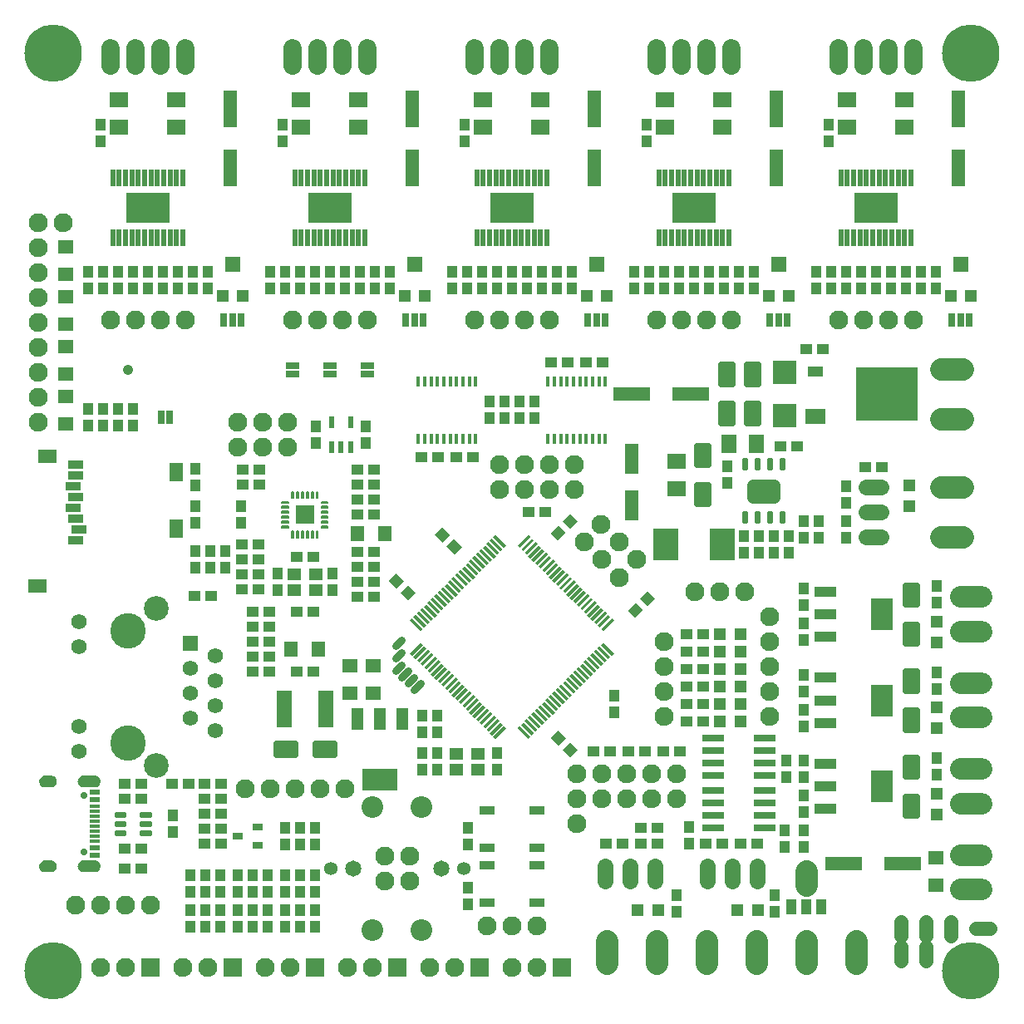
<source format=gbr>
G04 EAGLE Gerber RS-274X export*
G75*
%MOMM*%
%FSLAX34Y34*%
%LPD*%
%INGTS*%
%IPPOS*%
%AMOC8*
5,1,8,0,0,1.08239X$1,22.5*%
G01*
%ADD10C,0.723900*%
%ADD11R,2.095500X1.524000*%
%ADD12R,0.320800X1.550800*%
%ADD13R,1.550800X0.320800*%
%ADD14R,1.450800X1.250800*%
%ADD15R,1.050800X1.150800*%
%ADD16R,1.150800X1.050800*%
%ADD17R,1.650800X1.450800*%
%ADD18R,1.574800X0.812800*%
%ADD19R,1.250800X1.250800*%
%ADD20C,2.209800*%
%ADD21C,1.358800*%
%ADD22C,1.650800*%
%ADD23R,1.930400X1.930400*%
%ADD24C,1.930400*%
%ADD25R,0.476800X1.700800*%
%ADD26R,4.370800X3.050800*%
%ADD27R,1.850800X1.650800*%
%ADD28R,0.355600X1.041400*%
%ADD29C,1.828800*%
%ADD30C,0.191863*%
%ADD31R,1.828800X1.828800*%
%ADD32R,1.450800X1.650800*%
%ADD33R,0.600800X1.250800*%
%ADD34R,1.270000X2.286000*%
%ADD35R,3.650800X2.250800*%
%ADD36C,1.574800*%
%ADD37R,3.850800X1.450800*%
%ADD38R,2.200800X1.000800*%
%ADD39R,2.200800X3.200800*%
%ADD40C,0.560253*%
%ADD41C,2.184400*%
%ADD42C,1.473200*%
%ADD43R,1.450800X3.850800*%
%ADD44R,1.450800X1.850800*%
%ADD45R,1.950800X1.450800*%
%ADD46R,1.550800X0.850800*%
%ADD47R,1.574800X1.574800*%
%ADD48C,1.574800*%
%ADD49C,2.527300*%
%ADD50C,3.606800*%
%ADD51R,1.320800X0.685800*%
%ADD52R,2.250800X0.650800*%
%ADD53C,2.250800*%
%ADD54R,1.050000X1.575000*%
%ADD55C,2.300800*%
%ADD56R,6.250800X5.450800*%
%ADD57R,1.650800X1.050800*%
%ADD58R,2.450800X2.450800*%
%ADD59R,0.685800X1.320800*%
%ADD60R,1.450800X3.050800*%
%ADD61R,1.050800X0.330800*%
%ADD62R,1.050800X0.610800*%
%ADD63C,0.700800*%
%ADD64C,5.850800*%
%ADD65C,1.158800*%
%ADD66C,0.414550*%
%ADD67R,1.066800X0.685800*%
%ADD68R,1.650800X1.550800*%
%ADD69R,1.550800X3.750800*%
%ADD70R,1.650800X1.850800*%
%ADD71C,0.302938*%
%ADD72C,1.249906*%
%ADD73R,2.550800X3.250800*%
%ADD74C,1.050800*%

G36*
X-424836Y-277806D02*
X-424836Y-277806D01*
X-424833Y-277809D01*
X-423711Y-277654D01*
X-423706Y-277649D01*
X-423702Y-277652D01*
X-422631Y-277281D01*
X-422627Y-277275D01*
X-422622Y-277277D01*
X-421645Y-276704D01*
X-421642Y-276698D01*
X-421637Y-276699D01*
X-420790Y-275946D01*
X-420788Y-275939D01*
X-420783Y-275939D01*
X-420099Y-275036D01*
X-420099Y-275029D01*
X-420094Y-275028D01*
X-419599Y-274009D01*
X-419601Y-274002D01*
X-419596Y-274000D01*
X-419309Y-272903D01*
X-419311Y-272899D01*
X-419309Y-272898D01*
X-419311Y-272896D01*
X-419308Y-272894D01*
X-419241Y-271763D01*
X-419243Y-271759D01*
X-419241Y-271757D01*
X-419308Y-270626D01*
X-419313Y-270621D01*
X-419309Y-270617D01*
X-419596Y-269520D01*
X-419602Y-269516D01*
X-419599Y-269511D01*
X-420094Y-268492D01*
X-420100Y-268489D01*
X-420099Y-268484D01*
X-420783Y-267581D01*
X-420790Y-267579D01*
X-420790Y-267574D01*
X-421637Y-266821D01*
X-421644Y-266821D01*
X-421645Y-266816D01*
X-422622Y-266243D01*
X-422629Y-266244D01*
X-422631Y-266239D01*
X-423702Y-265868D01*
X-423708Y-265871D01*
X-423711Y-265866D01*
X-424833Y-265711D01*
X-424838Y-265714D01*
X-424840Y-265711D01*
X-436840Y-265711D01*
X-436845Y-265714D01*
X-436848Y-265711D01*
X-438115Y-265916D01*
X-438121Y-265922D01*
X-438126Y-265919D01*
X-439315Y-266401D01*
X-439319Y-266408D01*
X-439325Y-266406D01*
X-440378Y-267140D01*
X-440380Y-267148D01*
X-440386Y-267147D01*
X-441249Y-268097D01*
X-441250Y-268106D01*
X-441255Y-268106D01*
X-441885Y-269225D01*
X-441884Y-269233D01*
X-441890Y-269235D01*
X-442255Y-270465D01*
X-442252Y-270473D01*
X-442257Y-270476D01*
X-442339Y-271757D01*
X-442337Y-271761D01*
X-442339Y-271763D01*
X-442257Y-273044D01*
X-442251Y-273050D01*
X-442255Y-273055D01*
X-441890Y-274285D01*
X-441883Y-274290D01*
X-441885Y-274295D01*
X-441255Y-275414D01*
X-441248Y-275417D01*
X-441249Y-275423D01*
X-440386Y-276373D01*
X-440378Y-276374D01*
X-440378Y-276380D01*
X-439325Y-277114D01*
X-439317Y-277114D01*
X-439315Y-277119D01*
X-438126Y-277601D01*
X-438118Y-277599D01*
X-438115Y-277604D01*
X-436848Y-277809D01*
X-436843Y-277806D01*
X-436840Y-277809D01*
X-424840Y-277809D01*
X-424836Y-277806D01*
G37*
G36*
X-424836Y-364206D02*
X-424836Y-364206D01*
X-424833Y-364209D01*
X-423711Y-364054D01*
X-423706Y-364049D01*
X-423702Y-364052D01*
X-422631Y-363681D01*
X-422627Y-363675D01*
X-422622Y-363677D01*
X-421645Y-363104D01*
X-421642Y-363098D01*
X-421637Y-363099D01*
X-420790Y-362346D01*
X-420788Y-362339D01*
X-420783Y-362339D01*
X-420099Y-361436D01*
X-420099Y-361429D01*
X-420094Y-361428D01*
X-419599Y-360409D01*
X-419601Y-360402D01*
X-419596Y-360400D01*
X-419309Y-359303D01*
X-419311Y-359299D01*
X-419309Y-359298D01*
X-419311Y-359296D01*
X-419308Y-359294D01*
X-419241Y-358163D01*
X-419243Y-358159D01*
X-419241Y-358157D01*
X-419308Y-357026D01*
X-419313Y-357021D01*
X-419309Y-357017D01*
X-419596Y-355920D01*
X-419602Y-355916D01*
X-419599Y-355911D01*
X-420094Y-354892D01*
X-420100Y-354889D01*
X-420099Y-354884D01*
X-420783Y-353981D01*
X-420790Y-353979D01*
X-420790Y-353974D01*
X-421637Y-353221D01*
X-421644Y-353221D01*
X-421645Y-353216D01*
X-422622Y-352643D01*
X-422629Y-352644D01*
X-422631Y-352639D01*
X-423702Y-352268D01*
X-423708Y-352271D01*
X-423711Y-352266D01*
X-424833Y-352111D01*
X-424838Y-352114D01*
X-424840Y-352111D01*
X-436840Y-352111D01*
X-436845Y-352114D01*
X-436848Y-352111D01*
X-438115Y-352316D01*
X-438121Y-352322D01*
X-438126Y-352319D01*
X-439315Y-352801D01*
X-439319Y-352808D01*
X-439325Y-352806D01*
X-440378Y-353540D01*
X-440380Y-353548D01*
X-440386Y-353547D01*
X-441249Y-354497D01*
X-441250Y-354506D01*
X-441255Y-354506D01*
X-441885Y-355625D01*
X-441884Y-355633D01*
X-441890Y-355635D01*
X-442255Y-356865D01*
X-442252Y-356873D01*
X-442257Y-356876D01*
X-442339Y-358157D01*
X-442337Y-358161D01*
X-442339Y-358163D01*
X-442257Y-359444D01*
X-442251Y-359450D01*
X-442255Y-359455D01*
X-441890Y-360685D01*
X-441883Y-360690D01*
X-441885Y-360695D01*
X-441255Y-361814D01*
X-441248Y-361817D01*
X-441249Y-361823D01*
X-440386Y-362773D01*
X-440378Y-362774D01*
X-440378Y-362780D01*
X-439325Y-363514D01*
X-439317Y-363514D01*
X-439315Y-363519D01*
X-438126Y-364001D01*
X-438118Y-363999D01*
X-438115Y-364004D01*
X-436848Y-364209D01*
X-436843Y-364206D01*
X-436840Y-364209D01*
X-424840Y-364209D01*
X-424836Y-364206D01*
G37*
G36*
X-469637Y-277807D02*
X-469637Y-277807D01*
X-469635Y-277809D01*
X-468459Y-277698D01*
X-468454Y-277693D01*
X-468450Y-277696D01*
X-467318Y-277358D01*
X-467314Y-277352D01*
X-467309Y-277354D01*
X-466265Y-276802D01*
X-466262Y-276795D01*
X-466257Y-276797D01*
X-465341Y-276051D01*
X-465340Y-276044D01*
X-465334Y-276044D01*
X-464581Y-275135D01*
X-464581Y-275127D01*
X-464576Y-275127D01*
X-464015Y-274087D01*
X-464016Y-274082D01*
X-464012Y-274080D01*
X-464013Y-274079D01*
X-464011Y-274078D01*
X-463664Y-272949D01*
X-463664Y-272948D01*
X-463663Y-272947D01*
X-463666Y-272943D01*
X-463662Y-272940D01*
X-463541Y-271765D01*
X-463545Y-271758D01*
X-463541Y-271754D01*
X-463698Y-270414D01*
X-463703Y-270408D01*
X-463700Y-270403D01*
X-464151Y-269132D01*
X-464158Y-269127D01*
X-464156Y-269122D01*
X-464878Y-267983D01*
X-464886Y-267980D01*
X-464885Y-267974D01*
X-465843Y-267024D01*
X-465851Y-267023D01*
X-465852Y-267017D01*
X-466997Y-266304D01*
X-467006Y-266305D01*
X-467007Y-266299D01*
X-468283Y-265859D01*
X-468290Y-265861D01*
X-468293Y-265857D01*
X-469635Y-265711D01*
X-469638Y-265713D01*
X-469640Y-265711D01*
X-475640Y-265711D01*
X-475644Y-265713D01*
X-475646Y-265711D01*
X-476975Y-265866D01*
X-476981Y-265872D01*
X-476985Y-265869D01*
X-478246Y-266316D01*
X-478251Y-266323D01*
X-478256Y-266321D01*
X-479386Y-267038D01*
X-479389Y-267045D01*
X-479395Y-267044D01*
X-480337Y-267995D01*
X-480338Y-268003D01*
X-480344Y-268003D01*
X-481051Y-269139D01*
X-481050Y-269147D01*
X-481056Y-269149D01*
X-481492Y-270414D01*
X-481490Y-270422D01*
X-481495Y-270425D01*
X-481639Y-271755D01*
X-481635Y-271761D01*
X-481639Y-271765D01*
X-481529Y-272931D01*
X-481524Y-272936D01*
X-481527Y-272940D01*
X-481192Y-274063D01*
X-481186Y-274067D01*
X-481188Y-274071D01*
X-480640Y-275107D01*
X-480634Y-275110D01*
X-480635Y-275115D01*
X-479896Y-276023D01*
X-479889Y-276025D01*
X-479889Y-276030D01*
X-478987Y-276777D01*
X-478980Y-276777D01*
X-478979Y-276783D01*
X-477948Y-277339D01*
X-477941Y-277338D01*
X-477939Y-277343D01*
X-476820Y-277687D01*
X-476813Y-277685D01*
X-476810Y-277689D01*
X-475645Y-277809D01*
X-475642Y-277807D01*
X-475640Y-277809D01*
X-469640Y-277809D01*
X-469637Y-277807D01*
G37*
G36*
X-469637Y-364207D02*
X-469637Y-364207D01*
X-469635Y-364209D01*
X-468459Y-364098D01*
X-468454Y-364093D01*
X-468450Y-364096D01*
X-467318Y-363758D01*
X-467314Y-363752D01*
X-467309Y-363754D01*
X-466265Y-363202D01*
X-466262Y-363195D01*
X-466257Y-363197D01*
X-465341Y-362451D01*
X-465340Y-362444D01*
X-465334Y-362444D01*
X-464581Y-361535D01*
X-464581Y-361527D01*
X-464576Y-361527D01*
X-464015Y-360487D01*
X-464016Y-360482D01*
X-464012Y-360480D01*
X-464013Y-360479D01*
X-464011Y-360478D01*
X-463664Y-359349D01*
X-463664Y-359348D01*
X-463663Y-359347D01*
X-463666Y-359343D01*
X-463662Y-359340D01*
X-463541Y-358165D01*
X-463545Y-358158D01*
X-463541Y-358154D01*
X-463698Y-356814D01*
X-463703Y-356808D01*
X-463700Y-356803D01*
X-464151Y-355532D01*
X-464158Y-355527D01*
X-464156Y-355522D01*
X-464878Y-354383D01*
X-464886Y-354380D01*
X-464885Y-354374D01*
X-465843Y-353424D01*
X-465851Y-353423D01*
X-465852Y-353417D01*
X-466997Y-352704D01*
X-467006Y-352705D01*
X-467007Y-352699D01*
X-468283Y-352259D01*
X-468290Y-352261D01*
X-468293Y-352257D01*
X-469635Y-352111D01*
X-469638Y-352113D01*
X-469640Y-352111D01*
X-475640Y-352111D01*
X-475644Y-352113D01*
X-475646Y-352111D01*
X-476975Y-352266D01*
X-476981Y-352272D01*
X-476985Y-352269D01*
X-478246Y-352716D01*
X-478251Y-352723D01*
X-478256Y-352721D01*
X-479386Y-353438D01*
X-479389Y-353445D01*
X-479395Y-353444D01*
X-480337Y-354395D01*
X-480338Y-354403D01*
X-480344Y-354403D01*
X-481051Y-355539D01*
X-481050Y-355547D01*
X-481056Y-355549D01*
X-481492Y-356814D01*
X-481490Y-356822D01*
X-481495Y-356825D01*
X-481639Y-358155D01*
X-481635Y-358161D01*
X-481639Y-358165D01*
X-481529Y-359331D01*
X-481524Y-359336D01*
X-481527Y-359340D01*
X-481192Y-360463D01*
X-481186Y-360467D01*
X-481188Y-360471D01*
X-480640Y-361507D01*
X-480634Y-361510D01*
X-480635Y-361515D01*
X-479896Y-362423D01*
X-479889Y-362425D01*
X-479889Y-362430D01*
X-478987Y-363177D01*
X-478980Y-363177D01*
X-478979Y-363183D01*
X-477948Y-363739D01*
X-477941Y-363738D01*
X-477939Y-363743D01*
X-476820Y-364087D01*
X-476813Y-364085D01*
X-476810Y-364089D01*
X-475645Y-364209D01*
X-475642Y-364207D01*
X-475640Y-364209D01*
X-469640Y-364209D01*
X-469637Y-364207D01*
G37*
D10*
X-118745Y-133985D02*
X-112395Y-127635D01*
X-112395Y-140335D02*
X-118745Y-146685D01*
X-112395Y-153035D02*
X-118745Y-159385D01*
X-112395Y-165735D02*
X-106045Y-159385D01*
X-99695Y-165735D02*
X-106045Y-172085D01*
X-99695Y-178435D02*
X-93345Y-172085D01*
D11*
X308928Y100330D03*
D12*
G36*
X8026Y-33850D02*
X5757Y-31581D01*
X16722Y-20616D01*
X18991Y-22885D01*
X8026Y-33850D01*
G37*
G36*
X11562Y-37385D02*
X9293Y-35116D01*
X20258Y-24151D01*
X22527Y-26420D01*
X11562Y-37385D01*
G37*
G36*
X15097Y-40921D02*
X12828Y-38652D01*
X23793Y-27687D01*
X26062Y-29956D01*
X15097Y-40921D01*
G37*
G36*
X18633Y-44456D02*
X16364Y-42187D01*
X27329Y-31222D01*
X29598Y-33491D01*
X18633Y-44456D01*
G37*
G36*
X22169Y-47992D02*
X19900Y-45723D01*
X30865Y-34758D01*
X33134Y-37027D01*
X22169Y-47992D01*
G37*
G36*
X25704Y-51527D02*
X23435Y-49258D01*
X34400Y-38293D01*
X36669Y-40562D01*
X25704Y-51527D01*
G37*
G36*
X29240Y-55063D02*
X26971Y-52794D01*
X37936Y-41829D01*
X40205Y-44098D01*
X29240Y-55063D01*
G37*
G36*
X32775Y-58599D02*
X30506Y-56330D01*
X41471Y-45365D01*
X43740Y-47634D01*
X32775Y-58599D01*
G37*
G36*
X36311Y-62134D02*
X34042Y-59865D01*
X45007Y-48900D01*
X47276Y-51169D01*
X36311Y-62134D01*
G37*
G36*
X39846Y-65670D02*
X37577Y-63401D01*
X48542Y-52436D01*
X50811Y-54705D01*
X39846Y-65670D01*
G37*
G36*
X43382Y-69205D02*
X41113Y-66936D01*
X52078Y-55971D01*
X54347Y-58240D01*
X43382Y-69205D01*
G37*
G36*
X46917Y-72741D02*
X44648Y-70472D01*
X55613Y-59507D01*
X57882Y-61776D01*
X46917Y-72741D01*
G37*
G36*
X50453Y-76276D02*
X48184Y-74007D01*
X59149Y-63042D01*
X61418Y-65311D01*
X50453Y-76276D01*
G37*
G36*
X53988Y-79812D02*
X51719Y-77543D01*
X62684Y-66578D01*
X64953Y-68847D01*
X53988Y-79812D01*
G37*
G36*
X57524Y-83347D02*
X55255Y-81078D01*
X66220Y-70113D01*
X68489Y-72382D01*
X57524Y-83347D01*
G37*
G36*
X61059Y-86883D02*
X58790Y-84614D01*
X69755Y-73649D01*
X72024Y-75918D01*
X61059Y-86883D01*
G37*
G36*
X64595Y-90418D02*
X62326Y-88149D01*
X73291Y-77184D01*
X75560Y-79453D01*
X64595Y-90418D01*
G37*
G36*
X68130Y-93954D02*
X65861Y-91685D01*
X76826Y-80720D01*
X79095Y-82989D01*
X68130Y-93954D01*
G37*
G36*
X71666Y-97489D02*
X69397Y-95220D01*
X80362Y-84255D01*
X82631Y-86524D01*
X71666Y-97489D01*
G37*
G36*
X75202Y-101025D02*
X72933Y-98756D01*
X83898Y-87791D01*
X86167Y-90060D01*
X75202Y-101025D01*
G37*
G36*
X78737Y-104560D02*
X76468Y-102291D01*
X87433Y-91326D01*
X89702Y-93595D01*
X78737Y-104560D01*
G37*
G36*
X82273Y-108096D02*
X80004Y-105827D01*
X90969Y-94862D01*
X93238Y-97131D01*
X82273Y-108096D01*
G37*
G36*
X85808Y-111632D02*
X83539Y-109363D01*
X94504Y-98398D01*
X96773Y-100667D01*
X85808Y-111632D01*
G37*
G36*
X89344Y-115167D02*
X87075Y-112898D01*
X98040Y-101933D01*
X100309Y-104202D01*
X89344Y-115167D01*
G37*
G36*
X92879Y-118703D02*
X90610Y-116434D01*
X101575Y-105469D01*
X103844Y-107738D01*
X92879Y-118703D01*
G37*
G36*
X-101575Y-143451D02*
X-103844Y-141182D01*
X-92879Y-130217D01*
X-90610Y-132486D01*
X-101575Y-143451D01*
G37*
G36*
X-98040Y-146987D02*
X-100309Y-144718D01*
X-89344Y-133753D01*
X-87075Y-136022D01*
X-98040Y-146987D01*
G37*
G36*
X-94504Y-150522D02*
X-96773Y-148253D01*
X-85808Y-137288D01*
X-83539Y-139557D01*
X-94504Y-150522D01*
G37*
G36*
X-90969Y-154058D02*
X-93238Y-151789D01*
X-82273Y-140824D01*
X-80004Y-143093D01*
X-90969Y-154058D01*
G37*
G36*
X-87433Y-157594D02*
X-89702Y-155325D01*
X-78737Y-144360D01*
X-76468Y-146629D01*
X-87433Y-157594D01*
G37*
G36*
X-83898Y-161129D02*
X-86167Y-158860D01*
X-75202Y-147895D01*
X-72933Y-150164D01*
X-83898Y-161129D01*
G37*
G36*
X-80362Y-164665D02*
X-82631Y-162396D01*
X-71666Y-151431D01*
X-69397Y-153700D01*
X-80362Y-164665D01*
G37*
G36*
X-76826Y-168200D02*
X-79095Y-165931D01*
X-68130Y-154966D01*
X-65861Y-157235D01*
X-76826Y-168200D01*
G37*
G36*
X-73291Y-171736D02*
X-75560Y-169467D01*
X-64595Y-158502D01*
X-62326Y-160771D01*
X-73291Y-171736D01*
G37*
G36*
X-69755Y-175271D02*
X-72024Y-173002D01*
X-61059Y-162037D01*
X-58790Y-164306D01*
X-69755Y-175271D01*
G37*
G36*
X-66220Y-178807D02*
X-68489Y-176538D01*
X-57524Y-165573D01*
X-55255Y-167842D01*
X-66220Y-178807D01*
G37*
G36*
X-62684Y-182342D02*
X-64953Y-180073D01*
X-53988Y-169108D01*
X-51719Y-171377D01*
X-62684Y-182342D01*
G37*
G36*
X-59149Y-185878D02*
X-61418Y-183609D01*
X-50453Y-172644D01*
X-48184Y-174913D01*
X-59149Y-185878D01*
G37*
G36*
X-55613Y-189413D02*
X-57882Y-187144D01*
X-46917Y-176179D01*
X-44648Y-178448D01*
X-55613Y-189413D01*
G37*
G36*
X-52078Y-192949D02*
X-54347Y-190680D01*
X-43382Y-179715D01*
X-41113Y-181984D01*
X-52078Y-192949D01*
G37*
G36*
X-48542Y-196484D02*
X-50811Y-194215D01*
X-39846Y-183250D01*
X-37577Y-185519D01*
X-48542Y-196484D01*
G37*
G36*
X-45007Y-200020D02*
X-47276Y-197751D01*
X-36311Y-186786D01*
X-34042Y-189055D01*
X-45007Y-200020D01*
G37*
G36*
X-41471Y-203555D02*
X-43740Y-201286D01*
X-32775Y-190321D01*
X-30506Y-192590D01*
X-41471Y-203555D01*
G37*
G36*
X-37936Y-207091D02*
X-40205Y-204822D01*
X-29240Y-193857D01*
X-26971Y-196126D01*
X-37936Y-207091D01*
G37*
G36*
X-34400Y-210627D02*
X-36669Y-208358D01*
X-25704Y-197393D01*
X-23435Y-199662D01*
X-34400Y-210627D01*
G37*
G36*
X-30865Y-214162D02*
X-33134Y-211893D01*
X-22169Y-200928D01*
X-19900Y-203197D01*
X-30865Y-214162D01*
G37*
G36*
X-27329Y-217698D02*
X-29598Y-215429D01*
X-18633Y-204464D01*
X-16364Y-206733D01*
X-27329Y-217698D01*
G37*
G36*
X-23793Y-221233D02*
X-26062Y-218964D01*
X-15097Y-207999D01*
X-12828Y-210268D01*
X-23793Y-221233D01*
G37*
G36*
X-20258Y-224769D02*
X-22527Y-222500D01*
X-11562Y-211535D01*
X-9293Y-213804D01*
X-20258Y-224769D01*
G37*
G36*
X-16722Y-228304D02*
X-18991Y-226035D01*
X-8026Y-215070D01*
X-5757Y-217339D01*
X-16722Y-228304D01*
G37*
D13*
G36*
X16722Y-228304D02*
X5757Y-217339D01*
X8026Y-215070D01*
X18991Y-226035D01*
X16722Y-228304D01*
G37*
G36*
X20258Y-224769D02*
X9293Y-213804D01*
X11562Y-211535D01*
X22527Y-222500D01*
X20258Y-224769D01*
G37*
G36*
X23793Y-221233D02*
X12828Y-210268D01*
X15097Y-207999D01*
X26062Y-218964D01*
X23793Y-221233D01*
G37*
G36*
X27329Y-217698D02*
X16364Y-206733D01*
X18633Y-204464D01*
X29598Y-215429D01*
X27329Y-217698D01*
G37*
G36*
X30865Y-214162D02*
X19900Y-203197D01*
X22169Y-200928D01*
X33134Y-211893D01*
X30865Y-214162D01*
G37*
G36*
X34400Y-210627D02*
X23435Y-199662D01*
X25704Y-197393D01*
X36669Y-208358D01*
X34400Y-210627D01*
G37*
G36*
X37936Y-207091D02*
X26971Y-196126D01*
X29240Y-193857D01*
X40205Y-204822D01*
X37936Y-207091D01*
G37*
G36*
X41471Y-203555D02*
X30506Y-192590D01*
X32775Y-190321D01*
X43740Y-201286D01*
X41471Y-203555D01*
G37*
G36*
X45007Y-200020D02*
X34042Y-189055D01*
X36311Y-186786D01*
X47276Y-197751D01*
X45007Y-200020D01*
G37*
G36*
X48542Y-196484D02*
X37577Y-185519D01*
X39846Y-183250D01*
X50811Y-194215D01*
X48542Y-196484D01*
G37*
G36*
X52078Y-192949D02*
X41113Y-181984D01*
X43382Y-179715D01*
X54347Y-190680D01*
X52078Y-192949D01*
G37*
G36*
X55613Y-189413D02*
X44648Y-178448D01*
X46917Y-176179D01*
X57882Y-187144D01*
X55613Y-189413D01*
G37*
G36*
X59149Y-185878D02*
X48184Y-174913D01*
X50453Y-172644D01*
X61418Y-183609D01*
X59149Y-185878D01*
G37*
G36*
X62684Y-182342D02*
X51719Y-171377D01*
X53988Y-169108D01*
X64953Y-180073D01*
X62684Y-182342D01*
G37*
G36*
X66220Y-178807D02*
X55255Y-167842D01*
X57524Y-165573D01*
X68489Y-176538D01*
X66220Y-178807D01*
G37*
G36*
X69755Y-175271D02*
X58790Y-164306D01*
X61059Y-162037D01*
X72024Y-173002D01*
X69755Y-175271D01*
G37*
G36*
X73291Y-171736D02*
X62326Y-160771D01*
X64595Y-158502D01*
X75560Y-169467D01*
X73291Y-171736D01*
G37*
G36*
X76826Y-168200D02*
X65861Y-157235D01*
X68130Y-154966D01*
X79095Y-165931D01*
X76826Y-168200D01*
G37*
G36*
X80362Y-164665D02*
X69397Y-153700D01*
X71666Y-151431D01*
X82631Y-162396D01*
X80362Y-164665D01*
G37*
G36*
X83898Y-161129D02*
X72933Y-150164D01*
X75202Y-147895D01*
X86167Y-158860D01*
X83898Y-161129D01*
G37*
G36*
X87433Y-157594D02*
X76468Y-146629D01*
X78737Y-144360D01*
X89702Y-155325D01*
X87433Y-157594D01*
G37*
G36*
X90969Y-154058D02*
X80004Y-143093D01*
X82273Y-140824D01*
X93238Y-151789D01*
X90969Y-154058D01*
G37*
G36*
X94504Y-150522D02*
X83539Y-139557D01*
X85808Y-137288D01*
X96773Y-148253D01*
X94504Y-150522D01*
G37*
G36*
X98040Y-146987D02*
X87075Y-136022D01*
X89344Y-133753D01*
X100309Y-144718D01*
X98040Y-146987D01*
G37*
G36*
X101575Y-143451D02*
X90610Y-132486D01*
X92879Y-130217D01*
X103844Y-141182D01*
X101575Y-143451D01*
G37*
G36*
X-8026Y-33850D02*
X-18991Y-22885D01*
X-16722Y-20616D01*
X-5757Y-31581D01*
X-8026Y-33850D01*
G37*
G36*
X-11562Y-37385D02*
X-22527Y-26420D01*
X-20258Y-24151D01*
X-9293Y-35116D01*
X-11562Y-37385D01*
G37*
G36*
X-15097Y-40921D02*
X-26062Y-29956D01*
X-23793Y-27687D01*
X-12828Y-38652D01*
X-15097Y-40921D01*
G37*
G36*
X-18633Y-44456D02*
X-29598Y-33491D01*
X-27329Y-31222D01*
X-16364Y-42187D01*
X-18633Y-44456D01*
G37*
G36*
X-22169Y-47992D02*
X-33134Y-37027D01*
X-30865Y-34758D01*
X-19900Y-45723D01*
X-22169Y-47992D01*
G37*
G36*
X-25704Y-51527D02*
X-36669Y-40562D01*
X-34400Y-38293D01*
X-23435Y-49258D01*
X-25704Y-51527D01*
G37*
G36*
X-29240Y-55063D02*
X-40205Y-44098D01*
X-37936Y-41829D01*
X-26971Y-52794D01*
X-29240Y-55063D01*
G37*
G36*
X-32775Y-58599D02*
X-43740Y-47634D01*
X-41471Y-45365D01*
X-30506Y-56330D01*
X-32775Y-58599D01*
G37*
G36*
X-36311Y-62134D02*
X-47276Y-51169D01*
X-45007Y-48900D01*
X-34042Y-59865D01*
X-36311Y-62134D01*
G37*
G36*
X-39846Y-65670D02*
X-50811Y-54705D01*
X-48542Y-52436D01*
X-37577Y-63401D01*
X-39846Y-65670D01*
G37*
G36*
X-43382Y-69205D02*
X-54347Y-58240D01*
X-52078Y-55971D01*
X-41113Y-66936D01*
X-43382Y-69205D01*
G37*
G36*
X-46917Y-72741D02*
X-57882Y-61776D01*
X-55613Y-59507D01*
X-44648Y-70472D01*
X-46917Y-72741D01*
G37*
G36*
X-50453Y-76276D02*
X-61418Y-65311D01*
X-59149Y-63042D01*
X-48184Y-74007D01*
X-50453Y-76276D01*
G37*
G36*
X-53988Y-79812D02*
X-64953Y-68847D01*
X-62684Y-66578D01*
X-51719Y-77543D01*
X-53988Y-79812D01*
G37*
G36*
X-57524Y-83347D02*
X-68489Y-72382D01*
X-66220Y-70113D01*
X-55255Y-81078D01*
X-57524Y-83347D01*
G37*
G36*
X-61059Y-86883D02*
X-72024Y-75918D01*
X-69755Y-73649D01*
X-58790Y-84614D01*
X-61059Y-86883D01*
G37*
G36*
X-64595Y-90418D02*
X-75560Y-79453D01*
X-73291Y-77184D01*
X-62326Y-88149D01*
X-64595Y-90418D01*
G37*
G36*
X-68130Y-93954D02*
X-79095Y-82989D01*
X-76826Y-80720D01*
X-65861Y-91685D01*
X-68130Y-93954D01*
G37*
G36*
X-71666Y-97489D02*
X-82631Y-86524D01*
X-80362Y-84255D01*
X-69397Y-95220D01*
X-71666Y-97489D01*
G37*
G36*
X-75202Y-101025D02*
X-86167Y-90060D01*
X-83898Y-87791D01*
X-72933Y-98756D01*
X-75202Y-101025D01*
G37*
G36*
X-78737Y-104560D02*
X-89702Y-93595D01*
X-87433Y-91326D01*
X-76468Y-102291D01*
X-78737Y-104560D01*
G37*
G36*
X-82273Y-108096D02*
X-93238Y-97131D01*
X-90969Y-94862D01*
X-80004Y-105827D01*
X-82273Y-108096D01*
G37*
G36*
X-85808Y-111632D02*
X-96773Y-100667D01*
X-94504Y-98398D01*
X-83539Y-109363D01*
X-85808Y-111632D01*
G37*
G36*
X-89344Y-115167D02*
X-100309Y-104202D01*
X-98040Y-101933D01*
X-87075Y-112898D01*
X-89344Y-115167D01*
G37*
G36*
X-92879Y-118703D02*
X-103844Y-107738D01*
X-101575Y-105469D01*
X-90610Y-116434D01*
X-92879Y-118703D01*
G37*
D14*
X-34720Y-259460D03*
X-56720Y-259460D03*
X-34720Y-243460D03*
X-56720Y-243460D03*
D15*
X-76200Y-259960D03*
X-76200Y-242960D03*
X-15240Y-242960D03*
X-15240Y-259960D03*
D16*
G36*
X130307Y-85783D02*
X138443Y-77647D01*
X145873Y-85077D01*
X137737Y-93213D01*
X130307Y-85783D01*
G37*
G36*
X118287Y-97803D02*
X126423Y-89667D01*
X133853Y-97097D01*
X125717Y-105233D01*
X118287Y-97803D01*
G37*
D15*
X104140Y-201540D03*
X104140Y-184540D03*
D16*
G36*
X58997Y-231907D02*
X67133Y-240043D01*
X59703Y-247473D01*
X51567Y-239337D01*
X58997Y-231907D01*
G37*
G36*
X46977Y-219887D02*
X55113Y-228023D01*
X47683Y-235453D01*
X39547Y-227317D01*
X46977Y-219887D01*
G37*
G36*
X-117417Y-75433D02*
X-125553Y-67297D01*
X-118123Y-59867D01*
X-109987Y-68003D01*
X-117417Y-75433D01*
G37*
G36*
X-105397Y-87453D02*
X-113533Y-79317D01*
X-106103Y-71887D01*
X-97967Y-80023D01*
X-105397Y-87453D01*
G37*
G36*
X-70427Y-28443D02*
X-78563Y-20307D01*
X-71133Y-12877D01*
X-62997Y-21013D01*
X-70427Y-28443D01*
G37*
G36*
X-58407Y-40463D02*
X-66543Y-32327D01*
X-59113Y-24897D01*
X-50977Y-33033D01*
X-58407Y-40463D01*
G37*
D15*
X-91440Y-259960D03*
X-91440Y-242960D03*
D17*
X-140970Y-153640D03*
X-140970Y-181640D03*
D15*
X-76200Y-204860D03*
X-76200Y-221860D03*
X-44450Y-397120D03*
X-44450Y-380120D03*
D16*
X-313300Y-304800D03*
X-296300Y-304800D03*
X-313300Y-289560D03*
X-296300Y-289560D03*
X-313300Y-274320D03*
X-296300Y-274320D03*
X-296300Y-320040D03*
X-313300Y-320040D03*
D15*
X-292100Y-37220D03*
X-292100Y-54220D03*
X-44450Y-319160D03*
X-44450Y-336160D03*
D16*
X82940Y-241300D03*
X99940Y-241300D03*
X118500Y-241300D03*
X135500Y-241300D03*
D18*
X-25400Y-356870D03*
X25400Y-356870D03*
X-25400Y-394970D03*
X25400Y-394970D03*
D19*
X232750Y-210820D03*
X211750Y-210820D03*
X232750Y-193040D03*
X211750Y-193040D03*
X232750Y-175260D03*
X211750Y-175260D03*
X232750Y-157480D03*
X211750Y-157480D03*
D16*
X195190Y-210820D03*
X178190Y-210820D03*
X195190Y-193040D03*
X178190Y-193040D03*
X195190Y-175260D03*
X178190Y-175260D03*
X195190Y-157480D03*
X178190Y-157480D03*
D20*
X-91840Y-298180D03*
X-91840Y-423180D03*
X-141840Y-298180D03*
X-141840Y-423180D03*
D21*
X-49340Y-360680D03*
X-184340Y-360680D03*
D22*
X-71840Y-360680D03*
X-161840Y-360680D03*
D15*
X-200660Y-336160D03*
X-200660Y-319160D03*
X-215900Y-319160D03*
X-215900Y-336160D03*
X-322580Y-54220D03*
X-322580Y-37220D03*
X-322580Y29600D03*
X-322580Y46600D03*
X-307340Y-54220D03*
X-307340Y-37220D03*
D23*
X-368300Y-461010D03*
D24*
X-393700Y-461010D03*
X-419100Y-461010D03*
D23*
X-284480Y-461010D03*
D24*
X-309880Y-461010D03*
X-335280Y-461010D03*
D23*
X-200660Y-461010D03*
D24*
X-226060Y-461010D03*
X-251460Y-461010D03*
D23*
X-116840Y-461010D03*
D24*
X-142240Y-461010D03*
X-167640Y-461010D03*
D23*
X-33020Y-461010D03*
D24*
X-58420Y-461010D03*
X-83820Y-461010D03*
D23*
X50800Y-461010D03*
D24*
X25400Y-461010D03*
X0Y-461010D03*
D18*
X25400Y-339090D03*
X-25400Y-339090D03*
X25400Y-300990D03*
X-25400Y-300990D03*
D16*
G36*
X51567Y-7043D02*
X59703Y1093D01*
X67133Y-6337D01*
X58997Y-14473D01*
X51567Y-7043D01*
G37*
G36*
X39547Y-19063D02*
X47683Y-10927D01*
X55113Y-18357D01*
X46977Y-26493D01*
X39547Y-19063D01*
G37*
D24*
X167640Y-264160D03*
X142240Y-264160D03*
X116840Y-264160D03*
X91440Y-264160D03*
X167640Y-289560D03*
X142240Y-289560D03*
X116840Y-289560D03*
X91440Y-289560D03*
X73660Y-27940D03*
X91621Y-45901D03*
X109581Y-63861D03*
X127000Y-45720D03*
X109039Y-27759D03*
X91079Y-9799D03*
X-25400Y-419100D03*
X0Y-419100D03*
X25400Y-419100D03*
X-129540Y-347980D03*
X-104140Y-347980D03*
X-129540Y-373380D03*
X-104140Y-373380D03*
D17*
X-454660Y273080D03*
X-454660Y245080D03*
X-454660Y222280D03*
X-454660Y194280D03*
X-454660Y171480D03*
X-454660Y143480D03*
D16*
X-39760Y58420D03*
X-56760Y58420D03*
X-92320Y58420D03*
X-75320Y58420D03*
D25*
X-406590Y342920D03*
X-400090Y342920D03*
X-393590Y342920D03*
X-387090Y342920D03*
X-380590Y342920D03*
X-374090Y342920D03*
X-367590Y342920D03*
X-361090Y342920D03*
X-354590Y342920D03*
X-348090Y342920D03*
X-341590Y342920D03*
X-335090Y342920D03*
X-406590Y281920D03*
X-400090Y281920D03*
X-393590Y281920D03*
X-387090Y281920D03*
X-380590Y281920D03*
X-374090Y281920D03*
X-367590Y281920D03*
X-361090Y281920D03*
X-354590Y281920D03*
X-348090Y281920D03*
X-341590Y281920D03*
X-335090Y281920D03*
D26*
X-370840Y312420D03*
D15*
X-431800Y247260D03*
X-431800Y230260D03*
X-416560Y230260D03*
X-416560Y247260D03*
X-325120Y247260D03*
X-325120Y230260D03*
X-370840Y247260D03*
X-370840Y230260D03*
X-401320Y230260D03*
X-401320Y247260D03*
X-340360Y247260D03*
X-340360Y230260D03*
D27*
X-341630Y422940D03*
X-341630Y394940D03*
X-400050Y422940D03*
X-400050Y394940D03*
D25*
X-221170Y342920D03*
X-214670Y342920D03*
X-208170Y342920D03*
X-201670Y342920D03*
X-195170Y342920D03*
X-188670Y342920D03*
X-182170Y342920D03*
X-175670Y342920D03*
X-169170Y342920D03*
X-162670Y342920D03*
X-156170Y342920D03*
X-149670Y342920D03*
X-221170Y281920D03*
X-214670Y281920D03*
X-208170Y281920D03*
X-201670Y281920D03*
X-195170Y281920D03*
X-188670Y281920D03*
X-182170Y281920D03*
X-175670Y281920D03*
X-169170Y281920D03*
X-162670Y281920D03*
X-156170Y281920D03*
X-149670Y281920D03*
D26*
X-185420Y312420D03*
D15*
X-246380Y247260D03*
X-246380Y230260D03*
X-231140Y230260D03*
X-231140Y247260D03*
X-139700Y247260D03*
X-139700Y230260D03*
X-185420Y247260D03*
X-185420Y230260D03*
X-215900Y230260D03*
X-215900Y247260D03*
X-154940Y247260D03*
X-154940Y230260D03*
D27*
X-156210Y422940D03*
X-156210Y394940D03*
X-214630Y422940D03*
X-214630Y394940D03*
D25*
X-35750Y342920D03*
X-29250Y342920D03*
X-22750Y342920D03*
X-16250Y342920D03*
X-9750Y342920D03*
X-3250Y342920D03*
X3250Y342920D03*
X9750Y342920D03*
X16250Y342920D03*
X22750Y342920D03*
X29250Y342920D03*
X35750Y342920D03*
X-35750Y281920D03*
X-29250Y281920D03*
X-22750Y281920D03*
X-16250Y281920D03*
X-9750Y281920D03*
X-3250Y281920D03*
X3250Y281920D03*
X9750Y281920D03*
X16250Y281920D03*
X22750Y281920D03*
X29250Y281920D03*
X35750Y281920D03*
D26*
X0Y312420D03*
D15*
X-60960Y247260D03*
X-60960Y230260D03*
X-45720Y230260D03*
X-45720Y247260D03*
X45720Y247260D03*
X45720Y230260D03*
X0Y247260D03*
X0Y230260D03*
X-30480Y230260D03*
X-30480Y247260D03*
X30480Y247260D03*
X30480Y230260D03*
D27*
X29210Y422940D03*
X29210Y394940D03*
X-29210Y422940D03*
X-29210Y394940D03*
D25*
X149670Y342920D03*
X156170Y342920D03*
X162670Y342920D03*
X169170Y342920D03*
X175670Y342920D03*
X182170Y342920D03*
X188670Y342920D03*
X195170Y342920D03*
X201670Y342920D03*
X208170Y342920D03*
X214670Y342920D03*
X221170Y342920D03*
X149670Y281920D03*
X156170Y281920D03*
X162670Y281920D03*
X169170Y281920D03*
X175670Y281920D03*
X182170Y281920D03*
X188670Y281920D03*
X195170Y281920D03*
X201670Y281920D03*
X208170Y281920D03*
X214670Y281920D03*
X221170Y281920D03*
D26*
X185420Y312420D03*
D15*
X124460Y247260D03*
X124460Y230260D03*
X139700Y230260D03*
X139700Y247260D03*
X231140Y247260D03*
X231140Y230260D03*
X185420Y247260D03*
X185420Y230260D03*
X154940Y230260D03*
X154940Y247260D03*
X215900Y247260D03*
X215900Y230260D03*
D27*
X214630Y422940D03*
X214630Y394940D03*
X156210Y422940D03*
X156210Y394940D03*
D17*
X-454660Y120680D03*
X-454660Y92680D03*
D24*
X-482600Y271780D03*
X-482600Y246380D03*
X-482600Y220980D03*
X-482600Y195580D03*
X-482600Y170180D03*
X-482600Y144780D03*
X-482600Y119380D03*
X-482600Y93980D03*
D15*
X-22860Y115180D03*
X-22860Y98180D03*
X-355600Y230260D03*
X-355600Y247260D03*
X-170180Y247260D03*
X-170180Y230260D03*
X15240Y247260D03*
X15240Y230260D03*
X200660Y247260D03*
X200660Y230260D03*
D28*
X-36790Y135858D03*
X-43290Y135858D03*
X-49790Y135858D03*
X-56290Y135858D03*
X-62790Y135858D03*
X-69290Y135858D03*
X-75790Y135858D03*
X-82290Y135858D03*
X-88790Y135858D03*
X-95290Y135858D03*
X-95290Y77502D03*
X-88790Y77502D03*
X-82290Y77502D03*
X-75790Y77502D03*
X-69290Y77502D03*
X-62790Y77502D03*
X-56290Y77502D03*
X-49790Y77502D03*
X-43290Y77502D03*
X-36790Y77502D03*
D15*
X7620Y115180D03*
X7620Y98180D03*
X-7620Y115180D03*
X-7620Y98180D03*
D29*
X-408940Y457200D02*
X-408940Y474980D01*
X-383540Y474980D02*
X-383540Y457200D01*
X-358140Y457200D02*
X-358140Y474980D01*
X-332740Y474980D02*
X-332740Y457200D01*
X-223520Y457200D02*
X-223520Y474980D01*
X-198120Y474980D02*
X-198120Y457200D01*
X-172720Y457200D02*
X-172720Y474980D01*
X-147320Y474980D02*
X-147320Y457200D01*
X-38100Y457200D02*
X-38100Y474980D01*
X-12700Y474980D02*
X-12700Y457200D01*
X12700Y457200D02*
X12700Y474980D01*
X38100Y474980D02*
X38100Y457200D01*
X147320Y457200D02*
X147320Y474980D01*
X172720Y474980D02*
X172720Y457200D01*
X198120Y457200D02*
X198120Y474980D01*
X223520Y474980D02*
X223520Y457200D01*
D15*
X-419100Y380120D03*
X-419100Y397120D03*
X-233680Y380120D03*
X-233680Y397120D03*
X137160Y380120D03*
X137160Y397120D03*
X-48260Y380120D03*
X-48260Y397120D03*
X-386080Y247260D03*
X-386080Y230260D03*
X-200660Y247260D03*
X-200660Y230260D03*
X-15240Y247260D03*
X-15240Y230260D03*
X170180Y247260D03*
X170180Y230260D03*
D30*
X-224015Y-16705D02*
X-224015Y-23295D01*
X-224015Y-16705D02*
X-222625Y-16705D01*
X-222625Y-23295D01*
X-224015Y-23295D01*
X-224015Y-21472D02*
X-222625Y-21472D01*
X-222625Y-19649D02*
X-224015Y-19649D01*
X-224015Y-17826D02*
X-222625Y-17826D01*
X-219015Y-16705D02*
X-219015Y-23295D01*
X-219015Y-16705D02*
X-217625Y-16705D01*
X-217625Y-23295D01*
X-219015Y-23295D01*
X-219015Y-21472D02*
X-217625Y-21472D01*
X-217625Y-19649D02*
X-219015Y-19649D01*
X-219015Y-17826D02*
X-217625Y-17826D01*
X-214015Y-16705D02*
X-214015Y-23295D01*
X-214015Y-16705D02*
X-212625Y-16705D01*
X-212625Y-23295D01*
X-214015Y-23295D01*
X-214015Y-21472D02*
X-212625Y-21472D01*
X-212625Y-19649D02*
X-214015Y-19649D01*
X-214015Y-17826D02*
X-212625Y-17826D01*
X-209015Y-16705D02*
X-209015Y-23295D01*
X-209015Y-16705D02*
X-207625Y-16705D01*
X-207625Y-23295D01*
X-209015Y-23295D01*
X-209015Y-21472D02*
X-207625Y-21472D01*
X-207625Y-19649D02*
X-209015Y-19649D01*
X-209015Y-17826D02*
X-207625Y-17826D01*
X-204015Y-16705D02*
X-204015Y-23295D01*
X-204015Y-16705D02*
X-202625Y-16705D01*
X-202625Y-23295D01*
X-204015Y-23295D01*
X-204015Y-21472D02*
X-202625Y-21472D01*
X-202625Y-19649D02*
X-204015Y-19649D01*
X-204015Y-17826D02*
X-202625Y-17826D01*
X-199015Y-16705D02*
X-199015Y-23295D01*
X-199015Y-16705D02*
X-197625Y-16705D01*
X-197625Y-23295D01*
X-199015Y-23295D01*
X-199015Y-21472D02*
X-197625Y-21472D01*
X-197625Y-19649D02*
X-199015Y-19649D01*
X-199015Y-17826D02*
X-197625Y-17826D01*
X-194115Y-11805D02*
X-187525Y-11805D01*
X-187525Y-13195D01*
X-194115Y-13195D01*
X-194115Y-11805D01*
X-194115Y-6805D02*
X-187525Y-6805D01*
X-187525Y-8195D01*
X-194115Y-8195D01*
X-194115Y-6805D01*
X-194115Y-1805D02*
X-187525Y-1805D01*
X-187525Y-3195D01*
X-194115Y-3195D01*
X-194115Y-1805D01*
X-194115Y3195D02*
X-187525Y3195D01*
X-187525Y1805D01*
X-194115Y1805D01*
X-194115Y3195D01*
X-194115Y8195D02*
X-187525Y8195D01*
X-187525Y6805D01*
X-194115Y6805D01*
X-194115Y8195D01*
X-194115Y13195D02*
X-187525Y13195D01*
X-187525Y11805D01*
X-194115Y11805D01*
X-194115Y13195D01*
X-197625Y16705D02*
X-197625Y23295D01*
X-197625Y16705D02*
X-199015Y16705D01*
X-199015Y23295D01*
X-197625Y23295D01*
X-197625Y18528D02*
X-199015Y18528D01*
X-199015Y20351D02*
X-197625Y20351D01*
X-197625Y22174D02*
X-199015Y22174D01*
X-202625Y23295D02*
X-202625Y16705D01*
X-204015Y16705D01*
X-204015Y23295D01*
X-202625Y23295D01*
X-202625Y18528D02*
X-204015Y18528D01*
X-204015Y20351D02*
X-202625Y20351D01*
X-202625Y22174D02*
X-204015Y22174D01*
X-207625Y23295D02*
X-207625Y16705D01*
X-209015Y16705D01*
X-209015Y23295D01*
X-207625Y23295D01*
X-207625Y18528D02*
X-209015Y18528D01*
X-209015Y20351D02*
X-207625Y20351D01*
X-207625Y22174D02*
X-209015Y22174D01*
X-212625Y23295D02*
X-212625Y16705D01*
X-214015Y16705D01*
X-214015Y23295D01*
X-212625Y23295D01*
X-212625Y18528D02*
X-214015Y18528D01*
X-214015Y20351D02*
X-212625Y20351D01*
X-212625Y22174D02*
X-214015Y22174D01*
X-217625Y23295D02*
X-217625Y16705D01*
X-219015Y16705D01*
X-219015Y23295D01*
X-217625Y23295D01*
X-217625Y18528D02*
X-219015Y18528D01*
X-219015Y20351D02*
X-217625Y20351D01*
X-217625Y22174D02*
X-219015Y22174D01*
X-222625Y23295D02*
X-222625Y16705D01*
X-224015Y16705D01*
X-224015Y23295D01*
X-222625Y23295D01*
X-222625Y18528D02*
X-224015Y18528D01*
X-224015Y20351D02*
X-222625Y20351D01*
X-222625Y22174D02*
X-224015Y22174D01*
X-227525Y11805D02*
X-234115Y11805D01*
X-234115Y13195D01*
X-227525Y13195D01*
X-227525Y11805D01*
X-227525Y6805D02*
X-234115Y6805D01*
X-234115Y8195D01*
X-227525Y8195D01*
X-227525Y6805D01*
X-227525Y1805D02*
X-234115Y1805D01*
X-234115Y3195D01*
X-227525Y3195D01*
X-227525Y1805D01*
X-227525Y-3195D02*
X-234115Y-3195D01*
X-234115Y-1805D01*
X-227525Y-1805D01*
X-227525Y-3195D01*
X-227525Y-8195D02*
X-234115Y-8195D01*
X-234115Y-6805D01*
X-227525Y-6805D01*
X-227525Y-8195D01*
X-227525Y-13195D02*
X-234115Y-13195D01*
X-234115Y-11805D01*
X-227525Y-11805D01*
X-227525Y-13195D01*
D31*
X-210820Y0D03*
D16*
X-157090Y45720D03*
X-140090Y45720D03*
X-202320Y-43180D03*
X-219320Y-43180D03*
D15*
X-275590Y8500D03*
X-275590Y-8500D03*
D14*
X-221820Y-60580D03*
X-199820Y-60580D03*
X-221820Y-76580D03*
X-199820Y-76580D03*
D15*
X-182880Y-60080D03*
X-182880Y-77080D03*
X-238760Y-77080D03*
X-238760Y-60080D03*
D16*
X-346320Y-274320D03*
X-329320Y-274320D03*
X-377580Y-274320D03*
X-394580Y-274320D03*
X-323460Y-82550D03*
X-306460Y-82550D03*
X-273930Y45720D03*
X-256930Y45720D03*
D32*
X-196820Y-137160D03*
X-224820Y-137160D03*
D16*
X-258200Y-30480D03*
X-275200Y-30480D03*
X-256930Y30480D03*
X-273930Y30480D03*
D32*
X-129510Y-19050D03*
X-157510Y-19050D03*
D16*
X-157090Y0D03*
X-140090Y0D03*
X-157090Y-68580D03*
X-140090Y-68580D03*
X-219320Y-160020D03*
X-202320Y-160020D03*
X-219320Y-99060D03*
X-202320Y-99060D03*
X-275200Y-60960D03*
X-258200Y-60960D03*
X-258200Y-76200D03*
X-275200Y-76200D03*
X-263770Y-129540D03*
X-246770Y-129540D03*
X-263770Y-160020D03*
X-246770Y-160020D03*
D33*
X-183490Y68279D03*
X-173990Y68279D03*
X-164490Y68279D03*
X-164490Y94281D03*
X-183490Y94281D03*
D15*
X-148590Y89780D03*
X-148590Y72780D03*
X-199390Y89780D03*
X-199390Y72780D03*
D34*
X-111506Y-207772D03*
X-134620Y-207772D03*
X-157734Y-207772D03*
D35*
X-134620Y-269750D03*
D16*
X16900Y2540D03*
X33900Y2540D03*
D17*
X-165100Y-153640D03*
X-165100Y-181640D03*
D19*
X232750Y-139700D03*
X211750Y-139700D03*
D16*
X195190Y-139700D03*
X178190Y-139700D03*
D36*
X250190Y-358140D02*
X250190Y-373380D01*
X224790Y-373380D02*
X224790Y-358140D01*
X199390Y-358140D02*
X199390Y-373380D01*
X146050Y-373380D02*
X146050Y-358140D01*
X120650Y-358140D02*
X120650Y-373380D01*
X95250Y-373380D02*
X95250Y-358140D01*
D15*
X297180Y-250580D03*
X297180Y-267580D03*
X297180Y-162950D03*
X297180Y-179950D03*
X278130Y-321700D03*
X278130Y-338700D03*
D16*
X148200Y-335280D03*
X131200Y-335280D03*
D37*
X338300Y-355600D03*
X398300Y-355600D03*
D16*
X195190Y-121920D03*
X178190Y-121920D03*
D19*
X232750Y-121920D03*
X211750Y-121920D03*
D38*
X318980Y-253860D03*
X318980Y-276860D03*
X318980Y-299860D03*
D39*
X376980Y-276860D03*
D38*
X318980Y-166230D03*
X318980Y-189230D03*
X318980Y-212230D03*
D39*
X376980Y-189230D03*
D15*
X297180Y-286140D03*
X297180Y-303140D03*
X297180Y-198510D03*
X297180Y-215510D03*
X180340Y-334890D03*
X180340Y-317890D03*
D16*
X131200Y-318770D03*
X148200Y-318770D03*
D17*
X431800Y-349220D03*
X431800Y-377220D03*
D40*
X-200773Y-244713D02*
X-200773Y-232807D01*
X-180867Y-232807D01*
X-180867Y-244713D01*
X-200773Y-244713D01*
X-200773Y-239390D02*
X-180867Y-239390D01*
X-180867Y-234067D02*
X-200773Y-234067D01*
X-240773Y-232807D02*
X-240773Y-244713D01*
X-240773Y-232807D02*
X-220867Y-232807D01*
X-220867Y-244713D01*
X-240773Y-244713D01*
X-240773Y-239390D02*
X-220867Y-239390D01*
X-220867Y-234067D02*
X-240773Y-234067D01*
D37*
X122400Y123190D03*
X182400Y123190D03*
D41*
X457200Y-259360D02*
X478536Y-259360D01*
X478536Y-294360D02*
X457200Y-294360D01*
X457200Y-171730D02*
X478536Y-171730D01*
X478536Y-206730D02*
X457200Y-206730D01*
D42*
X472440Y-421640D02*
X486664Y-421640D01*
X447040Y-428752D02*
X447040Y-414528D01*
X396240Y-414528D02*
X396240Y-428752D01*
X421640Y-428752D02*
X421640Y-414528D01*
X396240Y-439928D02*
X396240Y-454152D01*
X421640Y-454152D02*
X421640Y-439928D01*
D15*
X433070Y-248040D03*
X433070Y-265040D03*
D19*
X433070Y-305140D03*
X433070Y-284140D03*
D15*
X433070Y-160410D03*
X433070Y-177410D03*
X267970Y-404740D03*
X267970Y-387740D03*
X167640Y-404740D03*
X167640Y-387740D03*
D19*
X433070Y-217510D03*
X433070Y-196510D03*
X229530Y-402590D03*
X250530Y-402590D03*
X127930Y-402590D03*
X148930Y-402590D03*
D43*
X-287020Y413540D03*
X-287020Y353540D03*
X-101600Y413540D03*
X-101600Y353540D03*
X83820Y413540D03*
X83820Y353540D03*
X454660Y413540D03*
X454660Y353540D03*
D44*
X-341820Y-14000D03*
X-341820Y43000D03*
D45*
X-473320Y59000D03*
X-483320Y-72500D03*
D46*
X-444820Y-25900D03*
X-440820Y-14900D03*
X-444820Y-3900D03*
X-446820Y7100D03*
X-444820Y18100D03*
X-446820Y29100D03*
X-444820Y40100D03*
X-444820Y51100D03*
D16*
X-313300Y-335280D03*
X-296300Y-335280D03*
D24*
X-279400Y68580D03*
X-254000Y68580D03*
X-228600Y68580D03*
X-228600Y93980D03*
X-254000Y93980D03*
X-279400Y93980D03*
D16*
X-157090Y15240D03*
X-140090Y15240D03*
X-157090Y-38100D03*
X-140090Y-38100D03*
X-157090Y-53340D03*
X-140090Y-53340D03*
X-157090Y30480D03*
X-140090Y30480D03*
D47*
X-327660Y-130810D03*
D48*
X-302260Y-143510D03*
X-327660Y-156210D03*
X-302260Y-168910D03*
X-327660Y-181610D03*
X-302260Y-194310D03*
X-327660Y-207010D03*
X-302260Y-219710D03*
D49*
X-361950Y-95250D03*
X-361950Y-255270D03*
D48*
X-440690Y-241300D03*
X-440690Y-215900D03*
X-440690Y-109220D03*
X-440690Y-134620D03*
D50*
X-391160Y-118110D03*
X-391160Y-232410D03*
D16*
X-258200Y-45720D03*
X-275200Y-45720D03*
X-246770Y-99060D03*
X-263770Y-99060D03*
X-246770Y-114300D03*
X-263770Y-114300D03*
X-246770Y-144780D03*
X-263770Y-144780D03*
D24*
X66040Y-264160D03*
X66040Y-289560D03*
X66040Y-314960D03*
D15*
X297180Y-338700D03*
X297180Y-321700D03*
D24*
X-408940Y198120D03*
X-383540Y198120D03*
X-358140Y198120D03*
X-332740Y198120D03*
X-223520Y198120D03*
X-198120Y198120D03*
X-172720Y198120D03*
X-147320Y198120D03*
X-38100Y198120D03*
X-12700Y198120D03*
X12700Y198120D03*
X38100Y198120D03*
X147320Y198120D03*
X172720Y198120D03*
X198120Y198120D03*
X223520Y198120D03*
X154940Y-205740D03*
X154940Y-180340D03*
X154940Y-154940D03*
X154940Y-129540D03*
D16*
X249800Y-335280D03*
X232800Y-335280D03*
D51*
X-185420Y151795D03*
X-185420Y142845D03*
X-223520Y142845D03*
X-223520Y151795D03*
D52*
X205140Y-293370D03*
X257140Y-293370D03*
X205140Y-280670D03*
X205140Y-306070D03*
X205140Y-318770D03*
X257140Y-280670D03*
X257140Y-306070D03*
X257140Y-318770D03*
D15*
X-322580Y-8500D03*
X-322580Y8500D03*
D53*
X299720Y-362830D02*
X299720Y-377830D01*
D54*
X284720Y-399605D03*
X314720Y-399605D03*
X299720Y-399605D03*
D55*
X96520Y-434340D02*
X96520Y-456840D01*
X147320Y-456840D02*
X147320Y-434340D01*
D16*
X39760Y154940D03*
X56760Y154940D03*
X92320Y154940D03*
X75320Y154940D03*
D15*
X22860Y115180D03*
X22860Y98180D03*
D28*
X36790Y77502D03*
X43290Y77502D03*
X49790Y77502D03*
X56290Y77502D03*
X62790Y77502D03*
X69290Y77502D03*
X75790Y77502D03*
X82290Y77502D03*
X88790Y77502D03*
X95290Y77502D03*
X95290Y135858D03*
X88790Y135858D03*
X82290Y135858D03*
X75790Y135858D03*
X69290Y135858D03*
X62790Y135858D03*
X56290Y135858D03*
X49790Y135858D03*
X43290Y135858D03*
X36790Y135858D03*
D25*
X335090Y342920D03*
X341590Y342920D03*
X348090Y342920D03*
X354590Y342920D03*
X361090Y342920D03*
X367590Y342920D03*
X374090Y342920D03*
X380590Y342920D03*
X387090Y342920D03*
X393590Y342920D03*
X400090Y342920D03*
X406590Y342920D03*
X335090Y281920D03*
X341590Y281920D03*
X348090Y281920D03*
X354590Y281920D03*
X361090Y281920D03*
X367590Y281920D03*
X374090Y281920D03*
X380590Y281920D03*
X387090Y281920D03*
X393590Y281920D03*
X400090Y281920D03*
X406590Y281920D03*
D26*
X370840Y312420D03*
D15*
X309880Y247260D03*
X309880Y230260D03*
X325120Y230260D03*
X325120Y247260D03*
X416560Y247260D03*
X416560Y230260D03*
X370840Y247260D03*
X370840Y230260D03*
X340360Y230260D03*
X340360Y247260D03*
X401320Y247260D03*
X401320Y230260D03*
D27*
X400050Y422940D03*
X400050Y394940D03*
X341630Y422940D03*
X341630Y394940D03*
D15*
X386080Y247260D03*
X386080Y230260D03*
D29*
X332740Y457200D02*
X332740Y474980D01*
X358140Y474980D02*
X358140Y457200D01*
X383540Y457200D02*
X383540Y474980D01*
X408940Y474980D02*
X408940Y457200D01*
D15*
X322580Y380120D03*
X322580Y397120D03*
X355600Y247260D03*
X355600Y230260D03*
D43*
X269240Y413540D03*
X269240Y353540D03*
D24*
X332740Y198120D03*
X358140Y198120D03*
X383540Y198120D03*
X408940Y198120D03*
D15*
X297180Y-75320D03*
X297180Y-92320D03*
D38*
X318980Y-78600D03*
X318980Y-101600D03*
X318980Y-124600D03*
D39*
X376980Y-101600D03*
D15*
X297180Y-110880D03*
X297180Y-127880D03*
D41*
X457200Y-84100D02*
X478536Y-84100D01*
X478536Y-119100D02*
X457200Y-119100D01*
D15*
X433070Y-72780D03*
X433070Y-89780D03*
D19*
X433070Y-129880D03*
X433070Y-108880D03*
D36*
X375920Y27940D02*
X360680Y27940D01*
X360680Y2540D02*
X375920Y2540D01*
X375920Y-22860D02*
X360680Y-22860D01*
D16*
X376800Y48260D03*
X359800Y48260D03*
D19*
X405130Y8550D03*
X405130Y29550D03*
D15*
X340360Y-6740D03*
X340360Y-23740D03*
D52*
X257140Y-252730D03*
X205140Y-252730D03*
X257140Y-265430D03*
X257140Y-240030D03*
X257140Y-227330D03*
X205140Y-265430D03*
X205140Y-240030D03*
X205140Y-227330D03*
D16*
X171060Y-241300D03*
X154060Y-241300D03*
D15*
X279400Y-267580D03*
X279400Y-250580D03*
X340360Y11820D03*
X340360Y28820D03*
D40*
X224393Y133237D02*
X212487Y133237D01*
X212487Y153143D01*
X224393Y153143D01*
X224393Y133237D01*
X224393Y138560D02*
X212487Y138560D01*
X212487Y143883D02*
X224393Y143883D01*
X224393Y149206D02*
X212487Y149206D01*
X212487Y93237D02*
X224393Y93237D01*
X212487Y93237D02*
X212487Y113143D01*
X224393Y113143D01*
X224393Y93237D01*
X224393Y98560D02*
X212487Y98560D01*
X212487Y103883D02*
X224393Y103883D01*
X224393Y109206D02*
X212487Y109206D01*
D56*
X381870Y123190D03*
D57*
X308870Y145990D03*
X308870Y100390D03*
D16*
X300110Y168910D03*
X317110Y168910D03*
D58*
X278130Y101190D03*
X278130Y145190D03*
D24*
X-170180Y-279400D03*
X-195580Y-279400D03*
X-220980Y-279400D03*
X-246380Y-279400D03*
X-271780Y-279400D03*
X262890Y-104140D03*
X262890Y-129540D03*
X262890Y-154940D03*
X262890Y-180340D03*
X262890Y-205740D03*
D16*
X214240Y-335280D03*
X197240Y-335280D03*
X112640Y-335280D03*
X95640Y-335280D03*
D24*
X-12700Y25400D03*
X12700Y25400D03*
X38100Y25400D03*
X63500Y25400D03*
D15*
X-297180Y-384420D03*
X-297180Y-367420D03*
X-327660Y-402980D03*
X-327660Y-419980D03*
X-248920Y-384420D03*
X-248920Y-367420D03*
X-279400Y-419980D03*
X-279400Y-402980D03*
X-231140Y-419980D03*
X-231140Y-402980D03*
X-200660Y-384420D03*
X-200660Y-367420D03*
X-312420Y-367420D03*
X-312420Y-384420D03*
X-327660Y-367420D03*
X-327660Y-384420D03*
X-297180Y-419980D03*
X-297180Y-402980D03*
X-312420Y-419980D03*
X-312420Y-402980D03*
X-279400Y-367420D03*
X-279400Y-384420D03*
X-264160Y-367420D03*
X-264160Y-384420D03*
X-248920Y-419980D03*
X-248920Y-402980D03*
X-264160Y-419980D03*
X-264160Y-402980D03*
X-200660Y-419980D03*
X-200660Y-402980D03*
X-215900Y-419980D03*
X-215900Y-402980D03*
X-231140Y-367420D03*
X-231140Y-384420D03*
X-215900Y-367420D03*
X-215900Y-384420D03*
D24*
X63500Y50800D03*
X38100Y50800D03*
X12700Y50800D03*
X-12700Y50800D03*
D55*
X436880Y-22860D02*
X459380Y-22860D01*
X459380Y27940D02*
X436880Y27940D01*
D59*
X-348585Y99060D03*
X-357535Y99060D03*
D24*
X-457200Y297180D03*
X-482600Y297180D03*
D51*
X-147320Y151795D03*
X-147320Y142845D03*
D60*
X121920Y9020D03*
X121920Y57020D03*
D40*
X400447Y-266813D02*
X412353Y-266813D01*
X400447Y-266813D02*
X400447Y-246907D01*
X412353Y-246907D01*
X412353Y-266813D01*
X412353Y-261490D02*
X400447Y-261490D01*
X400447Y-256167D02*
X412353Y-256167D01*
X412353Y-250844D02*
X400447Y-250844D01*
X400447Y-306813D02*
X412353Y-306813D01*
X400447Y-306813D02*
X400447Y-286907D01*
X412353Y-286907D01*
X412353Y-306813D01*
X412353Y-301490D02*
X400447Y-301490D01*
X400447Y-296167D02*
X412353Y-296167D01*
X412353Y-290844D02*
X400447Y-290844D01*
X400447Y-179183D02*
X412353Y-179183D01*
X400447Y-179183D02*
X400447Y-159277D01*
X412353Y-159277D01*
X412353Y-179183D01*
X412353Y-173860D02*
X400447Y-173860D01*
X400447Y-168537D02*
X412353Y-168537D01*
X412353Y-163214D02*
X400447Y-163214D01*
X400447Y-219183D02*
X412353Y-219183D01*
X400447Y-219183D02*
X400447Y-199277D01*
X412353Y-199277D01*
X412353Y-219183D01*
X412353Y-213860D02*
X400447Y-213860D01*
X400447Y-208537D02*
X412353Y-208537D01*
X412353Y-203214D02*
X400447Y-203214D01*
X400447Y-91553D02*
X412353Y-91553D01*
X400447Y-91553D02*
X400447Y-71647D01*
X412353Y-71647D01*
X412353Y-91553D01*
X412353Y-86230D02*
X400447Y-86230D01*
X400447Y-80907D02*
X412353Y-80907D01*
X412353Y-75584D02*
X400447Y-75584D01*
X400447Y-131553D02*
X412353Y-131553D01*
X400447Y-131553D02*
X400447Y-111647D01*
X412353Y-111647D01*
X412353Y-131553D01*
X412353Y-126230D02*
X400447Y-126230D01*
X400447Y-120907D02*
X412353Y-120907D01*
X412353Y-115584D02*
X400447Y-115584D01*
D61*
X-425040Y-322460D03*
X-425040Y-317460D03*
D62*
X-425040Y-347210D03*
X-425040Y-339460D03*
D61*
X-425040Y-332460D03*
X-425040Y-327460D03*
X-425040Y-307460D03*
X-425040Y-312460D03*
D62*
X-425040Y-282710D03*
X-425040Y-290460D03*
D61*
X-425040Y-297460D03*
X-425040Y-302460D03*
D63*
X-436090Y-286060D03*
X-436090Y-343860D03*
D16*
X-377580Y-360680D03*
X-394580Y-360680D03*
X-377580Y-289560D03*
X-394580Y-289560D03*
X-377580Y-340360D03*
X-394580Y-340360D03*
D64*
X-467360Y469900D03*
D65*
X-467360Y491900D03*
X-467360Y447900D03*
X-489360Y469900D03*
X-445360Y469900D03*
X-451860Y485400D03*
X-451860Y454400D03*
X-482860Y485400D03*
X-482860Y454400D03*
D64*
X467360Y-464820D03*
D65*
X467360Y-442820D03*
X467360Y-486820D03*
X445360Y-464820D03*
X489360Y-464820D03*
X482860Y-449320D03*
X482860Y-480320D03*
X451860Y-449320D03*
X451860Y-480320D03*
D64*
X467360Y469900D03*
D65*
X467360Y491900D03*
X467360Y447900D03*
X445360Y469900D03*
X489360Y469900D03*
X482860Y485400D03*
X482860Y454400D03*
X451860Y485400D03*
X451860Y454400D03*
D64*
X-467360Y-464820D03*
D65*
X-467360Y-442820D03*
X-467360Y-486820D03*
X-489360Y-464820D03*
X-445360Y-464820D03*
X-451860Y-449320D03*
X-451860Y-480320D03*
X-482860Y-449320D03*
X-482860Y-480320D03*
D66*
X-368898Y-325391D02*
X-368898Y-323529D01*
X-368898Y-325391D02*
X-377260Y-325391D01*
X-377260Y-323529D01*
X-368898Y-323529D01*
X-368898Y-315891D02*
X-368898Y-314029D01*
X-368898Y-315891D02*
X-377260Y-315891D01*
X-377260Y-314029D01*
X-368898Y-314029D01*
X-368898Y-306391D02*
X-368898Y-304529D01*
X-368898Y-306391D02*
X-377260Y-306391D01*
X-377260Y-304529D01*
X-368898Y-304529D01*
X-394900Y-304529D02*
X-394900Y-306391D01*
X-403262Y-306391D01*
X-403262Y-304529D01*
X-394900Y-304529D01*
X-394900Y-323529D02*
X-394900Y-325391D01*
X-403262Y-325391D01*
X-403262Y-323529D01*
X-394900Y-323529D01*
X-403262Y-315891D02*
X-403262Y-314029D01*
X-394900Y-314029D01*
X-394900Y-315891D01*
X-403262Y-315891D01*
D15*
X-345440Y-306460D03*
X-345440Y-323460D03*
D67*
X-279240Y-327660D03*
X-259240Y-318160D03*
X-259240Y-337160D03*
D15*
X-231140Y-336160D03*
X-231140Y-319160D03*
D68*
X-284480Y255260D03*
D19*
X-294480Y222760D03*
X-274480Y222760D03*
D68*
X-99060Y255260D03*
D19*
X-109060Y222760D03*
X-89060Y222760D03*
D68*
X86360Y255260D03*
D19*
X76360Y222760D03*
X96360Y222760D03*
D68*
X271780Y255260D03*
D19*
X261780Y222760D03*
X281780Y222760D03*
D68*
X457200Y255260D03*
D19*
X447200Y222760D03*
X467200Y222760D03*
D55*
X459380Y97790D02*
X436880Y97790D01*
X436880Y148590D02*
X459380Y148590D01*
X198120Y-434340D02*
X198120Y-456840D01*
X248920Y-456840D02*
X248920Y-434340D01*
D41*
X457200Y-346990D02*
X478536Y-346990D01*
X478536Y-381990D02*
X457200Y-381990D01*
D55*
X299720Y-434340D02*
X299720Y-456840D01*
X350520Y-456840D02*
X350520Y-434340D01*
D15*
X-91440Y-204860D03*
X-91440Y-221860D03*
D69*
X-189820Y-198120D03*
X-231820Y-198120D03*
D16*
X-157090Y-83820D03*
X-140090Y-83820D03*
D15*
X-431800Y90560D03*
X-431800Y107560D03*
X-416560Y90560D03*
X-416560Y107560D03*
X-401320Y90560D03*
X-401320Y107560D03*
X-386080Y90560D03*
X-386080Y107560D03*
X-309880Y247260D03*
X-309880Y230260D03*
X-124460Y247260D03*
X-124460Y230260D03*
X60960Y247260D03*
X60960Y230260D03*
X246380Y247260D03*
X246380Y230260D03*
X431800Y247260D03*
X431800Y230260D03*
D24*
X-368300Y-397510D03*
X-393700Y-397510D03*
X-419100Y-397510D03*
X-444500Y-397510D03*
D59*
X-293370Y198120D03*
X-284480Y198120D03*
X-275590Y198120D03*
X-107950Y198120D03*
X-99060Y198120D03*
X-90170Y198120D03*
X77470Y198120D03*
X86360Y198120D03*
X95250Y198120D03*
X262890Y198120D03*
X271780Y198120D03*
X280670Y198120D03*
X448310Y198120D03*
X457200Y198120D03*
X466090Y198120D03*
D70*
X248950Y72390D03*
X220950Y72390D03*
D27*
X167640Y26640D03*
X167640Y54640D03*
D71*
X238730Y1870D02*
X238730Y-7610D01*
X236250Y-7610D01*
X236250Y1870D01*
X238730Y1870D01*
X238730Y-4732D02*
X236250Y-4732D01*
X236250Y-1854D02*
X238730Y-1854D01*
X238730Y1024D02*
X236250Y1024D01*
X251430Y1870D02*
X251430Y-7610D01*
X248950Y-7610D01*
X248950Y1870D01*
X251430Y1870D01*
X251430Y-4732D02*
X248950Y-4732D01*
X248950Y-1854D02*
X251430Y-1854D01*
X251430Y1024D02*
X248950Y1024D01*
X264130Y1870D02*
X264130Y-7610D01*
X261650Y-7610D01*
X261650Y1870D01*
X264130Y1870D01*
X264130Y-4732D02*
X261650Y-4732D01*
X261650Y-1854D02*
X264130Y-1854D01*
X264130Y1024D02*
X261650Y1024D01*
X276830Y1870D02*
X276830Y-7610D01*
X274350Y-7610D01*
X274350Y1870D01*
X276830Y1870D01*
X276830Y-4732D02*
X274350Y-4732D01*
X274350Y-1854D02*
X276830Y-1854D01*
X276830Y1024D02*
X274350Y1024D01*
X276830Y46390D02*
X276830Y55870D01*
X276830Y46390D02*
X274350Y46390D01*
X274350Y55870D01*
X276830Y55870D01*
X276830Y49268D02*
X274350Y49268D01*
X274350Y52146D02*
X276830Y52146D01*
X276830Y55024D02*
X274350Y55024D01*
X264130Y55870D02*
X264130Y46390D01*
X261650Y46390D01*
X261650Y55870D01*
X264130Y55870D01*
X264130Y49268D02*
X261650Y49268D01*
X261650Y52146D02*
X264130Y52146D01*
X264130Y55024D02*
X261650Y55024D01*
X251430Y55870D02*
X251430Y46390D01*
X248950Y46390D01*
X248950Y55870D01*
X251430Y55870D01*
X251430Y49268D02*
X248950Y49268D01*
X248950Y52146D02*
X251430Y52146D01*
X251430Y55024D02*
X248950Y55024D01*
X238730Y55870D02*
X238730Y46390D01*
X236250Y46390D01*
X236250Y55870D01*
X238730Y55870D01*
X238730Y49268D02*
X236250Y49268D01*
X236250Y52146D02*
X238730Y52146D01*
X238730Y55024D02*
X236250Y55024D01*
D72*
X246035Y18125D02*
X267045Y18125D01*
X246035Y18125D02*
X246035Y30135D01*
X267045Y30135D01*
X267045Y18125D01*
X267045Y29999D02*
X246035Y29999D01*
D73*
X213920Y-30480D03*
X156920Y-30480D03*
D15*
X266700Y-21980D03*
X266700Y-38980D03*
X312420Y-6740D03*
X312420Y-23740D03*
X297180Y-23740D03*
X297180Y-6740D03*
X281940Y-21980D03*
X281940Y-38980D03*
D16*
X290440Y69850D03*
X273440Y69850D03*
D15*
X236220Y-21980D03*
X236220Y-38980D03*
X251460Y-21980D03*
X251460Y-38980D03*
D40*
X200263Y30593D02*
X188357Y30593D01*
X200263Y30593D02*
X200263Y10687D01*
X188357Y10687D01*
X188357Y30593D01*
X188357Y16010D02*
X200263Y16010D01*
X200263Y21333D02*
X188357Y21333D01*
X188357Y26656D02*
X200263Y26656D01*
X200263Y70593D02*
X188357Y70593D01*
X200263Y70593D02*
X200263Y50687D01*
X188357Y50687D01*
X188357Y70593D01*
X188357Y56010D02*
X200263Y56010D01*
X200263Y61333D02*
X188357Y61333D01*
X188357Y66656D02*
X200263Y66656D01*
D24*
X186690Y-78740D03*
X212090Y-78740D03*
X237490Y-78740D03*
D74*
X-391160Y147320D03*
D40*
X239157Y113143D02*
X251063Y113143D01*
X251063Y93237D01*
X239157Y93237D01*
X239157Y113143D01*
X239157Y98560D02*
X251063Y98560D01*
X251063Y103883D02*
X239157Y103883D01*
X239157Y109206D02*
X251063Y109206D01*
X251063Y153143D02*
X239157Y153143D01*
X251063Y153143D02*
X251063Y133237D01*
X239157Y133237D01*
X239157Y153143D01*
X239157Y138560D02*
X251063Y138560D01*
X251063Y143883D02*
X239157Y143883D01*
X239157Y149206D02*
X251063Y149206D01*
D15*
X219710Y32140D03*
X219710Y49140D03*
M02*

</source>
